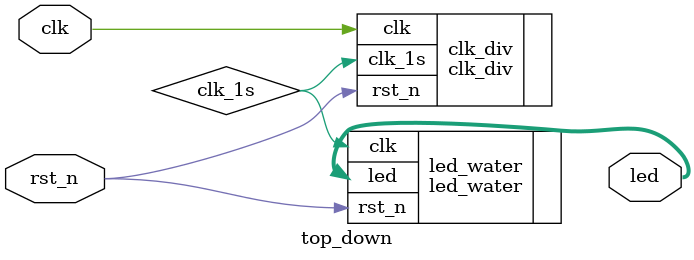
<source format=v>
module top_down(clk, rst_n, led);
	input			clk;
	input			rst_n;
	output[3:0] led;
	
	wire clk_1s;
	
	clk_div	clk_div(
							.clk(clk),
							. rst_n(rst_n),
							.clk_1s(clk_1s)
							);
							
	led_water	led_water(
								 .clk(clk_1s),
								 .rst_n(rst_n),
								 .led(led)
								);
								
	
endmodule
</source>
